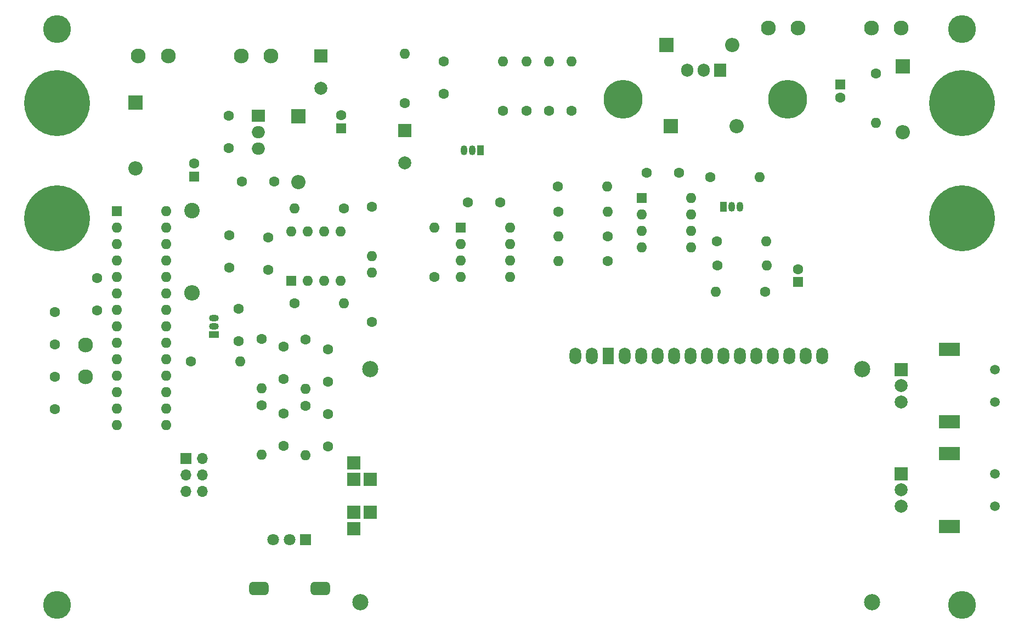
<source format=gbr>
%TF.GenerationSoftware,KiCad,Pcbnew,(6.0.7)*%
%TF.CreationDate,2022-10-29T05:59:00-06:00*%
%TF.ProjectId,atmega-powersupply-v1,61746d65-6761-42d7-906f-776572737570,rev?*%
%TF.SameCoordinates,Original*%
%TF.FileFunction,Soldermask,Top*%
%TF.FilePolarity,Negative*%
%FSLAX46Y46*%
G04 Gerber Fmt 4.6, Leading zero omitted, Abs format (unit mm)*
G04 Created by KiCad (PCBNEW (6.0.7)) date 2022-10-29 05:59:00*
%MOMM*%
%LPD*%
G01*
G04 APERTURE LIST*
G04 Aperture macros list*
%AMRoundRect*
0 Rectangle with rounded corners*
0 $1 Rounding radius*
0 $2 $3 $4 $5 $6 $7 $8 $9 X,Y pos of 4 corners*
0 Add a 4 corners polygon primitive as box body*
4,1,4,$2,$3,$4,$5,$6,$7,$8,$9,$2,$3,0*
0 Add four circle primitives for the rounded corners*
1,1,$1+$1,$2,$3*
1,1,$1+$1,$4,$5*
1,1,$1+$1,$6,$7*
1,1,$1+$1,$8,$9*
0 Add four rect primitives between the rounded corners*
20,1,$1+$1,$2,$3,$4,$5,0*
20,1,$1+$1,$4,$5,$6,$7,0*
20,1,$1+$1,$6,$7,$8,$9,0*
20,1,$1+$1,$8,$9,$2,$3,0*%
G04 Aperture macros list end*
%ADD10R,2.200000X2.200000*%
%ADD11O,2.200000X2.200000*%
%ADD12C,1.600000*%
%ADD13O,1.600000X1.600000*%
%ADD14R,1.600000X1.600000*%
%ADD15C,4.300000*%
%ADD16R,1.700000X1.700000*%
%ADD17O,1.700000X1.700000*%
%ADD18R,2.000000X2.000000*%
%ADD19C,2.000000*%
%ADD20R,1.500000X1.050000*%
%ADD21O,1.500000X1.050000*%
%ADD22R,2.000000X1.905000*%
%ADD23O,2.000000X1.905000*%
%ADD24C,10.160000*%
%ADD25C,2.300000*%
%ADD26R,1.800000X1.800000*%
%ADD27C,1.800000*%
%ADD28RoundRect,0.500000X-1.000000X0.500000X-1.000000X-0.500000X1.000000X-0.500000X1.000000X0.500000X0*%
%ADD29C,1.500000*%
%ADD30R,3.200000X2.000000*%
%ADD31R,1.050000X1.500000*%
%ADD32O,1.050000X1.500000*%
%ADD33C,6.000000*%
%ADD34R,1.905000X2.000000*%
%ADD35O,1.905000X2.000000*%
%ADD36C,2.500000*%
%ADD37R,1.800000X2.600000*%
%ADD38O,1.800000X2.600000*%
%ADD39C,2.400000*%
%ADD40O,2.400000X2.400000*%
G04 APERTURE END LIST*
D10*
%TO.C,D2*%
X81692750Y-45212000D03*
D11*
X81692750Y-55372000D03*
%TD*%
D12*
%TO.C,C5*%
X77969750Y-55245000D03*
X72969750Y-55245000D03*
%TD*%
%TO.C,R3*%
X82800000Y-79629000D03*
D13*
X82800000Y-87249000D03*
%TD*%
D12*
%TO.C,C8*%
X86200000Y-91200000D03*
X86200000Y-96200000D03*
%TD*%
D14*
%TO.C,U2*%
X134625000Y-57800000D03*
D13*
X134625000Y-60340000D03*
X134625000Y-62880000D03*
X134625000Y-65420000D03*
X142245000Y-65420000D03*
X142245000Y-62880000D03*
X142245000Y-60340000D03*
X142245000Y-57800000D03*
%TD*%
D12*
%TO.C,R13*%
X76000000Y-89789000D03*
D13*
X76000000Y-97409000D03*
%TD*%
D15*
%TO.C,H4*%
X184150000Y-31750000D03*
%TD*%
D16*
%TO.C,J5*%
X64293750Y-98044000D03*
D17*
X66833750Y-98044000D03*
X64293750Y-100584000D03*
X66833750Y-100584000D03*
X64293750Y-103124000D03*
X66833750Y-103124000D03*
%TD*%
D12*
%TO.C,C17*%
X50577750Y-75184000D03*
X50577750Y-70184000D03*
%TD*%
D18*
%TO.C,C2*%
X98075750Y-47371000D03*
D19*
X98075750Y-52371000D03*
%TD*%
D20*
%TO.C,U8*%
X68611750Y-78867000D03*
D21*
X68611750Y-77597000D03*
X68611750Y-76327000D03*
%TD*%
D22*
%TO.C,U1*%
X75469750Y-45085000D03*
D23*
X75469750Y-47625000D03*
X75469750Y-50165000D03*
%TD*%
D12*
%TO.C,C20*%
X44050000Y-90400000D03*
X44050000Y-85400000D03*
%TD*%
%TO.C,R18*%
X120330000Y-44360000D03*
D13*
X120330000Y-36740000D03*
%TD*%
D12*
%TO.C,R11*%
X129390000Y-67560000D03*
D13*
X121770000Y-67560000D03*
%TD*%
D10*
%TO.C,D4*%
X138480000Y-34200000D03*
D11*
X148640000Y-34200000D03*
%TD*%
D12*
%TO.C,C16*%
X76993750Y-63881000D03*
X76993750Y-68881000D03*
%TD*%
D10*
%TO.C,D5*%
X174980000Y-37490000D03*
D11*
X174980000Y-47650000D03*
%TD*%
D24*
%TO.C,J3*%
X184150000Y-43180000D03*
%TD*%
D12*
%TO.C,R17*%
X116890000Y-44330000D03*
D13*
X116890000Y-36710000D03*
%TD*%
D24*
%TO.C,J4*%
X184150000Y-60960000D03*
%TD*%
D15*
%TO.C,H1*%
X44450000Y-120650000D03*
%TD*%
D25*
%TO.C,F1*%
X61560000Y-35890000D03*
X56960000Y-35890000D03*
X72860000Y-35890000D03*
X77460000Y-35890000D03*
%TD*%
D12*
%TO.C,R10*%
X121780000Y-59970000D03*
D13*
X129400000Y-59970000D03*
%TD*%
D12*
%TO.C,C13*%
X104100000Y-36725000D03*
X104100000Y-41725000D03*
%TD*%
%TO.C,R9*%
X121730000Y-56080000D03*
D13*
X129350000Y-56080000D03*
%TD*%
D12*
%TO.C,R1*%
X98100000Y-43175000D03*
D13*
X98100000Y-35555000D03*
%TD*%
D12*
%TO.C,R20*%
X92995750Y-76962000D03*
D13*
X92995750Y-69342000D03*
%TD*%
D12*
%TO.C,R8*%
X170790000Y-38640000D03*
D13*
X170790000Y-46260000D03*
%TD*%
D12*
%TO.C,R14*%
X76000000Y-79542000D03*
D13*
X76000000Y-87162000D03*
%TD*%
D10*
%TO.C,D3*%
X139150000Y-46690000D03*
D11*
X149310000Y-46690000D03*
%TD*%
D14*
%TO.C,U4*%
X106721750Y-62367000D03*
D13*
X106721750Y-64907000D03*
X106721750Y-67447000D03*
X106721750Y-69987000D03*
X114341750Y-69987000D03*
X114341750Y-67447000D03*
X114341750Y-64907000D03*
X114341750Y-62367000D03*
%TD*%
D15*
%TO.C,H2*%
X184150000Y-120650000D03*
%TD*%
D12*
%TO.C,C18*%
X71024750Y-68580000D03*
X71024750Y-63580000D03*
%TD*%
%TO.C,C12*%
X112820000Y-58470000D03*
X107820000Y-58470000D03*
%TD*%
%TO.C,R5*%
X153701750Y-72263000D03*
D13*
X146081750Y-72263000D03*
%TD*%
D12*
%TO.C,R19*%
X123840000Y-44360000D03*
D13*
X123840000Y-36740000D03*
%TD*%
D24*
%TO.C,J1*%
X44450000Y-43180000D03*
%TD*%
D12*
%TO.C,C19*%
X44050000Y-80450000D03*
X44050000Y-75450000D03*
%TD*%
D15*
%TO.C,H3*%
X44450000Y-31750000D03*
%TD*%
D26*
%TO.C,RV1*%
X82800000Y-110600000D03*
D27*
X80300000Y-110600000D03*
X77800000Y-110600000D03*
D28*
X75550000Y-118100000D03*
X85050000Y-118100000D03*
%TD*%
D29*
%TO.C,SW2*%
X189200000Y-105400000D03*
X189200000Y-100400000D03*
D18*
X174700000Y-100400000D03*
D19*
X174700000Y-105400000D03*
X174700000Y-102900000D03*
D30*
X182200000Y-108500000D03*
X182200000Y-97300000D03*
%TD*%
D14*
%TO.C,U6*%
X53635750Y-59827000D03*
D13*
X53635750Y-62367000D03*
X53635750Y-64907000D03*
X53635750Y-67447000D03*
X53635750Y-69987000D03*
X53635750Y-72527000D03*
X53635750Y-75067000D03*
X53635750Y-77607000D03*
X53635750Y-80147000D03*
X53635750Y-82687000D03*
X53635750Y-85227000D03*
X53635750Y-87767000D03*
X53635750Y-90307000D03*
X53635750Y-92847000D03*
X61255750Y-92847000D03*
X61255750Y-90307000D03*
X61255750Y-87767000D03*
X61255750Y-85227000D03*
X61255750Y-82687000D03*
X61255750Y-80147000D03*
X61255750Y-77607000D03*
X61255750Y-75067000D03*
X61255750Y-72527000D03*
X61255750Y-69987000D03*
X61255750Y-67447000D03*
X61255750Y-64907000D03*
X61255750Y-62367000D03*
X61255750Y-59827000D03*
%TD*%
D12*
%TO.C,R4*%
X146335750Y-68199000D03*
D13*
X153955750Y-68199000D03*
%TD*%
D12*
%TO.C,R23*%
X92995750Y-59182000D03*
D13*
X92995750Y-66802000D03*
%TD*%
D31*
%TO.C,Q1*%
X109760000Y-50460000D03*
D32*
X108490000Y-50460000D03*
X107220000Y-50460000D03*
%TD*%
D12*
%TO.C,R21*%
X81057750Y-74041000D03*
D13*
X88677750Y-74041000D03*
%TD*%
D14*
%TO.C,C10*%
X158800000Y-70815113D03*
D12*
X158800000Y-68815113D03*
%TD*%
D25*
%TO.C,F2*%
X154230000Y-31550000D03*
X158830000Y-31550000D03*
X174730000Y-31550000D03*
X170130000Y-31550000D03*
%TD*%
D24*
%TO.C,J2*%
X44450000Y-60960000D03*
%TD*%
D29*
%TO.C,SW3*%
X189200000Y-84300000D03*
X189200000Y-89300000D03*
D18*
X174700000Y-84300000D03*
D19*
X174700000Y-89300000D03*
X174700000Y-86800000D03*
D30*
X182200000Y-92400000D03*
X182200000Y-81200000D03*
%TD*%
D33*
%TO.C,HS1*%
X131770000Y-42580000D03*
X157170000Y-42580000D03*
%TD*%
D14*
%TO.C,C11*%
X165280000Y-40284888D03*
D12*
X165280000Y-42284888D03*
%TD*%
%TO.C,C14*%
X79400000Y-91099000D03*
X79400000Y-96099000D03*
%TD*%
D34*
%TO.C,U3*%
X146730000Y-38105000D03*
D35*
X144190000Y-38105000D03*
X141650000Y-38105000D03*
%TD*%
D10*
%TO.C,D1*%
X56500000Y-43100000D03*
D11*
X56500000Y-53260000D03*
%TD*%
D12*
%TO.C,C21*%
X72421750Y-79883000D03*
X72421750Y-74883000D03*
%TD*%
%TO.C,R24*%
X65055750Y-83058000D03*
D13*
X72675750Y-83058000D03*
%TD*%
D14*
%TO.C,U5*%
X80549750Y-70612000D03*
D13*
X83089750Y-70612000D03*
X85629750Y-70612000D03*
X88169750Y-70612000D03*
X88169750Y-62992000D03*
X85629750Y-62992000D03*
X83089750Y-62992000D03*
X80549750Y-62992000D03*
%TD*%
D12*
%TO.C,R2*%
X82800000Y-89900000D03*
D13*
X82800000Y-97520000D03*
%TD*%
D12*
%TO.C,R6*%
X146225000Y-64475000D03*
D13*
X153845000Y-64475000D03*
%TD*%
D25*
%TO.C,Y1*%
X48850000Y-80500000D03*
X48850000Y-85400000D03*
%TD*%
D12*
%TO.C,C4*%
X70897750Y-45085000D03*
X70897750Y-50085000D03*
%TD*%
%TO.C,C15*%
X79400000Y-80800000D03*
X79400000Y-85800000D03*
%TD*%
D31*
%TO.C,Q2*%
X147275000Y-59175000D03*
D32*
X148545000Y-59175000D03*
X149815000Y-59175000D03*
%TD*%
D36*
%TO.C,U7*%
X91220000Y-120200000D03*
X92720000Y-84200000D03*
X170220000Y-120200000D03*
X168720000Y-84200000D03*
D37*
X129500000Y-82200000D03*
D38*
X132040000Y-82200000D03*
X134580000Y-82200000D03*
X137120000Y-82200000D03*
X139660000Y-82200000D03*
X142200000Y-82200000D03*
X144740000Y-82200000D03*
X147280000Y-82200000D03*
X149820000Y-82200000D03*
X152360000Y-82200000D03*
X154900000Y-82200000D03*
X157440000Y-82200000D03*
X159985080Y-82202540D03*
X162520000Y-82200000D03*
X124420000Y-82200000D03*
X126965080Y-82202540D03*
D18*
X90220000Y-108880000D03*
X92760000Y-106340000D03*
X90220000Y-106340000D03*
X90220000Y-98720000D03*
X90220000Y-101260000D03*
X92760000Y-101260000D03*
%TD*%
D12*
%TO.C,R7*%
X145250000Y-54625000D03*
D13*
X152870000Y-54625000D03*
%TD*%
D14*
%TO.C,C3*%
X88296750Y-47056112D03*
D12*
X88296750Y-45056112D03*
%TD*%
%TO.C,R15*%
X102647750Y-69977000D03*
D13*
X102647750Y-62357000D03*
%TD*%
D12*
%TO.C,R16*%
X113220000Y-44330000D03*
D13*
X113220000Y-36710000D03*
%TD*%
D12*
%TO.C,C9*%
X86200000Y-81153000D03*
X86200000Y-86153000D03*
%TD*%
D18*
%TO.C,C1*%
X85100000Y-35859323D03*
D19*
X85100000Y-40859323D03*
%TD*%
D12*
%TO.C,R22*%
X88677750Y-59436000D03*
D13*
X81057750Y-59436000D03*
%TD*%
D14*
%TO.C,C6*%
X65563750Y-54483000D03*
D12*
X65563750Y-52483000D03*
%TD*%
D39*
%TO.C,FB1*%
X65225000Y-59775000D03*
D40*
X65225000Y-72475000D03*
%TD*%
D12*
%TO.C,R12*%
X129440000Y-63750000D03*
D13*
X121820000Y-63750000D03*
%TD*%
D12*
%TO.C,C7*%
X135425000Y-53950000D03*
X140425000Y-53950000D03*
%TD*%
M02*

</source>
